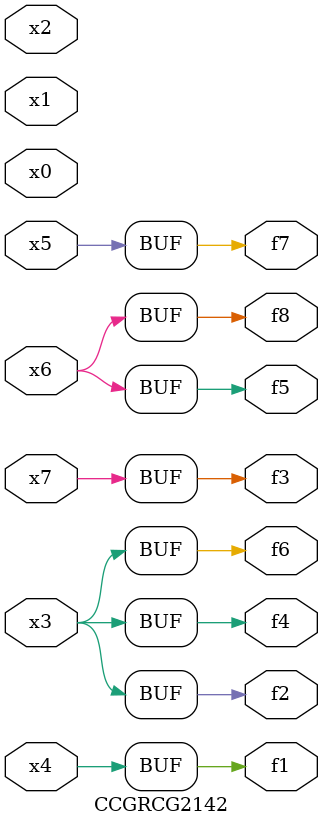
<source format=v>
module CCGRCG2142(
	input x0, x1, x2, x3, x4, x5, x6, x7,
	output f1, f2, f3, f4, f5, f6, f7, f8
);
	assign f1 = x4;
	assign f2 = x3;
	assign f3 = x7;
	assign f4 = x3;
	assign f5 = x6;
	assign f6 = x3;
	assign f7 = x5;
	assign f8 = x6;
endmodule

</source>
